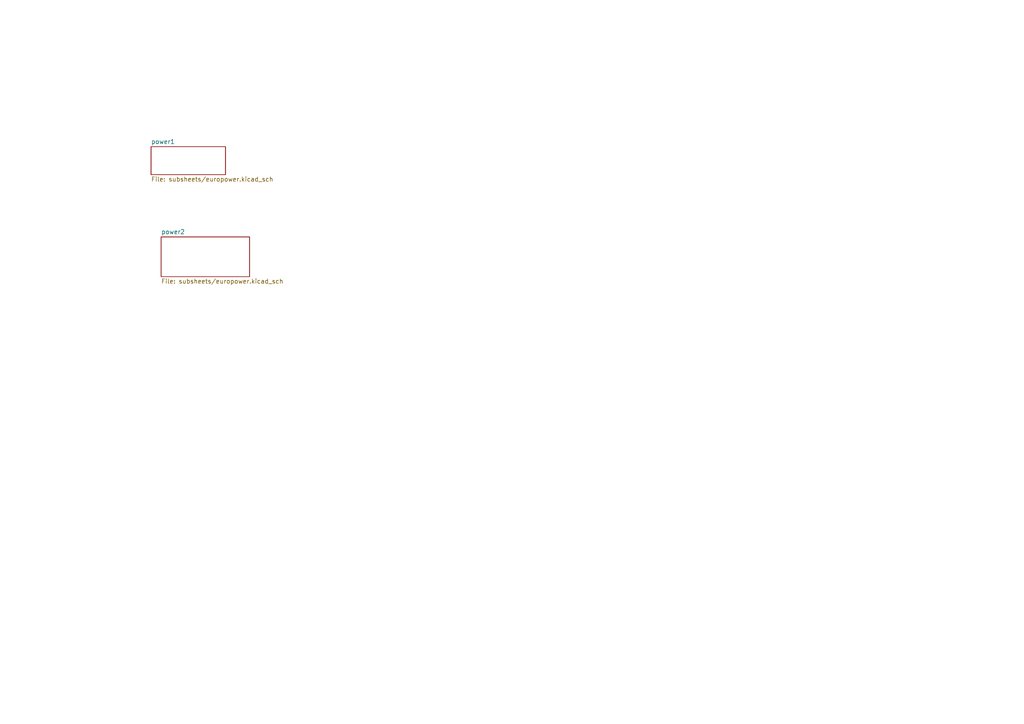
<source format=kicad_sch>
(kicad_sch (version 20230121) (generator eeschema)

  (uuid a4893583-2878-4d86-bdba-6b18e8bd6cd6)

  (paper "A4")

  (lib_symbols
  )


  (sheet (at 46.736 68.707) (size 25.654 11.557) (fields_autoplaced)
    (stroke (width 0.1524) (type solid))
    (fill (color 0 0 0 0.0000))
    (uuid 5f8583cd-ab79-4f24-93fb-2f203ed37297)
    (property "Sheetname" "power2" (at 46.736 67.9954 0)
      (effects (font (size 1.27 1.27)) (justify left bottom))
    )
    (property "Sheetfile" "subsheets/europower.kicad_sch" (at 46.736 80.8486 0)
      (effects (font (size 1.27 1.27)) (justify left top))
    )
    (instances
      (project "synth-subsheets"
        (path "/a4893583-2878-4d86-bdba-6b18e8bd6cd6" (page "3"))
      )
    )
  )

  (sheet (at 43.815 42.545) (size 21.59 8.128) (fields_autoplaced)
    (stroke (width 0.1524) (type solid))
    (fill (color 0 0 0 0.0000))
    (uuid e925806b-6dc0-456c-811e-ed9c9aa1dfc9)
    (property "Sheetname" "power1" (at 43.815 41.8334 0)
      (effects (font (size 1.27 1.27)) (justify left bottom))
    )
    (property "Sheetfile" "subsheets/europower.kicad_sch" (at 43.815 51.2576 0)
      (effects (font (size 1.27 1.27)) (justify left top))
    )
    (instances
      (project "synth-subsheets"
        (path "/a4893583-2878-4d86-bdba-6b18e8bd6cd6" (page "2"))
      )
    )
  )

  (sheet_instances
    (path "/" (page "1"))
  )
)

</source>
